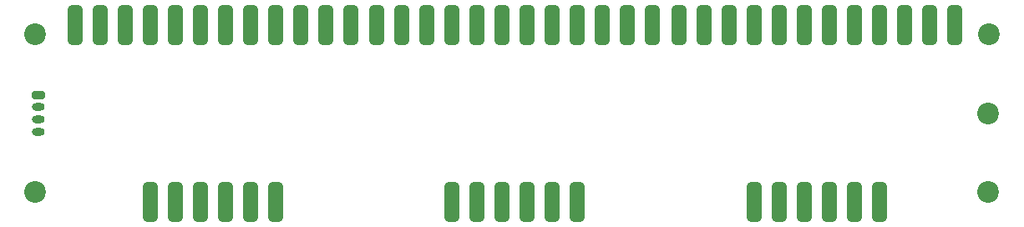
<source format=gbr>
%TF.GenerationSoftware,KiCad,Pcbnew,8.0.4*%
%TF.CreationDate,2024-08-04T13:50:59+08:00*%
%TF.ProjectId,mai-pico-nano-touch,6d61692d-7069-4636-9f2d-6e616e6f2d74,rev?*%
%TF.SameCoordinates,Original*%
%TF.FileFunction,Soldermask,Top*%
%TF.FilePolarity,Negative*%
%FSLAX46Y46*%
G04 Gerber Fmt 4.6, Leading zero omitted, Abs format (unit mm)*
G04 Created by KiCad (PCBNEW 8.0.4) date 2024-08-04 13:50:59*
%MOMM*%
%LPD*%
G01*
G04 APERTURE LIST*
G04 Aperture macros list*
%AMRoundRect*
0 Rectangle with rounded corners*
0 $1 Rounding radius*
0 $2 $3 $4 $5 $6 $7 $8 $9 X,Y pos of 4 corners*
0 Add a 4 corners polygon primitive as box body*
4,1,4,$2,$3,$4,$5,$6,$7,$8,$9,$2,$3,0*
0 Add four circle primitives for the rounded corners*
1,1,$1+$1,$2,$3*
1,1,$1+$1,$4,$5*
1,1,$1+$1,$6,$7*
1,1,$1+$1,$8,$9*
0 Add four rect primitives between the rounded corners*
20,1,$1+$1,$2,$3,$4,$5,0*
20,1,$1+$1,$4,$5,$6,$7,0*
20,1,$1+$1,$6,$7,$8,$9,0*
20,1,$1+$1,$8,$9,$2,$3,0*%
G04 Aperture macros list end*
%ADD10RoundRect,0.375000X-0.375000X-1.625000X0.375000X-1.625000X0.375000X1.625000X-0.375000X1.625000X0*%
%ADD11C,2.200000*%
%ADD12RoundRect,0.200000X-0.450000X0.200000X-0.450000X-0.200000X0.450000X-0.200000X0.450000X0.200000X0*%
%ADD13O,1.300000X0.800000*%
G04 APERTURE END LIST*
D10*
%TO.C,U1*%
X144570000Y-75020000D03*
X142030000Y-75020001D03*
X139490000Y-75020000D03*
X136950000Y-75020000D03*
X134410000Y-75020000D03*
X131870001Y-75020000D03*
X129329999Y-75020000D03*
X126790000Y-75020000D03*
X124250000Y-75020000D03*
X121710000Y-75020000D03*
X119170000Y-75020001D03*
X116630000Y-75020000D03*
X136950000Y-92980000D03*
X134410000Y-92980000D03*
X131870001Y-92980000D03*
X129329999Y-92980000D03*
X126790000Y-92980000D03*
X124250000Y-92980000D03*
%TD*%
%TO.C,U2*%
X113970000Y-75020000D03*
X111430000Y-75020001D03*
X108890000Y-75020000D03*
X106350000Y-75020000D03*
X103810000Y-75020000D03*
X101270001Y-75020000D03*
X98729999Y-75020000D03*
X96190000Y-75020000D03*
X93650000Y-75020000D03*
X91110000Y-75020000D03*
X88570000Y-75020001D03*
X86030000Y-75020000D03*
X106350000Y-92980000D03*
X103810000Y-92980000D03*
X101270001Y-92980000D03*
X98729999Y-92980000D03*
X96190000Y-92980000D03*
X93650000Y-92980000D03*
%TD*%
D11*
%TO.C,REF\u002A\u002A*%
X51400000Y-92000000D03*
%TD*%
D10*
%TO.C,U3*%
X83370000Y-75020000D03*
X80830000Y-75020001D03*
X78290000Y-75020000D03*
X75750000Y-75020000D03*
X73210000Y-75020000D03*
X70670001Y-75020000D03*
X68129999Y-75020000D03*
X65590000Y-75020000D03*
X63050000Y-75020000D03*
X60510000Y-75020000D03*
X57970000Y-75020001D03*
X55430000Y-75020000D03*
X75750000Y-92980000D03*
X73210000Y-92980000D03*
X70670001Y-92980000D03*
X68129999Y-92980000D03*
X65590000Y-92980000D03*
X63050000Y-92980000D03*
%TD*%
D11*
%TO.C,REF\u002A\u002A*%
X148100000Y-76000000D03*
%TD*%
D12*
%TO.C,J1*%
X51700000Y-82125000D03*
D13*
X51700000Y-83374999D03*
X51700000Y-84625000D03*
X51700000Y-85874999D03*
%TD*%
D11*
%TO.C,REF\u002A\u002A*%
X51400000Y-76000000D03*
%TD*%
%TO.C,REF\u002A\u002A*%
X148000000Y-92000000D03*
%TD*%
%TO.C,REF\u002A\u002A*%
X148000000Y-84000000D03*
%TD*%
M02*

</source>
